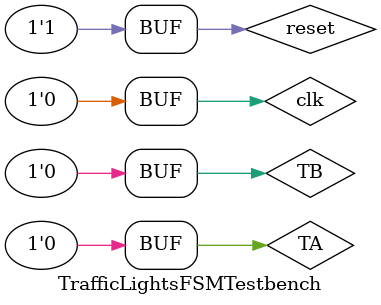
<source format=sv>
module TrafficLightsFSMTestbench();
  logic clk, reset, TA, TB;
  logic [1:0] LA, LB;
  
  parameter GREEN = 2'b00;
  parameter YELLOW = 2'b01;
  parameter RED  = 2'b10;
  
  always begin
  	clk <= 1; #5;
    clk <= 0; #5;
  end
  
  TrafficLightsFSM dut(clk, reset, TA, TB, LA, LB);
  
  initial begin
  	// get to state 2 then reset
    TA <= 1'b0;
    TB <= 1'b0;
    #10; // one clock cycle state should be S1 after
    #10; // get to S2
    #10; // get to S3
    reset <= 1'b1;
    #10;
    if(LA !== GREEN | LB !== RED) begin
      $display("ERROR, not in state S0");
    end
  end
  
endmodule

</source>
